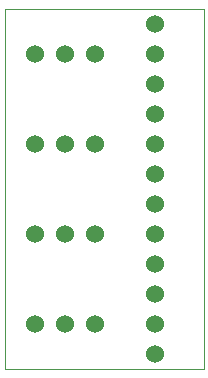
<source format=gbl>
G75*
%MOIN*%
%OFA0B0*%
%FSLAX24Y24*%
%IPPOS*%
%LPD*%
%AMOC8*
5,1,8,0,0,1.08239X$1,22.5*
%
%ADD10C,0.0000*%
%ADD11C,0.0600*%
D10*
X000100Y000125D02*
X000100Y012121D01*
X006720Y012121D01*
X006720Y000125D01*
X000100Y000125D01*
D11*
X001100Y001625D03*
X002100Y001625D03*
X003100Y001625D03*
X003100Y004625D03*
X002100Y004625D03*
X001100Y004625D03*
X001100Y007625D03*
X002100Y007625D03*
X003100Y007625D03*
X003100Y010625D03*
X002100Y010625D03*
X001100Y010625D03*
X005100Y010625D03*
X005100Y009625D03*
X005100Y008625D03*
X005100Y007625D03*
X005100Y006625D03*
X005100Y005625D03*
X005100Y004625D03*
X005100Y003625D03*
X005100Y002625D03*
X005100Y001625D03*
X005100Y000625D03*
X005100Y011625D03*
M02*

</source>
